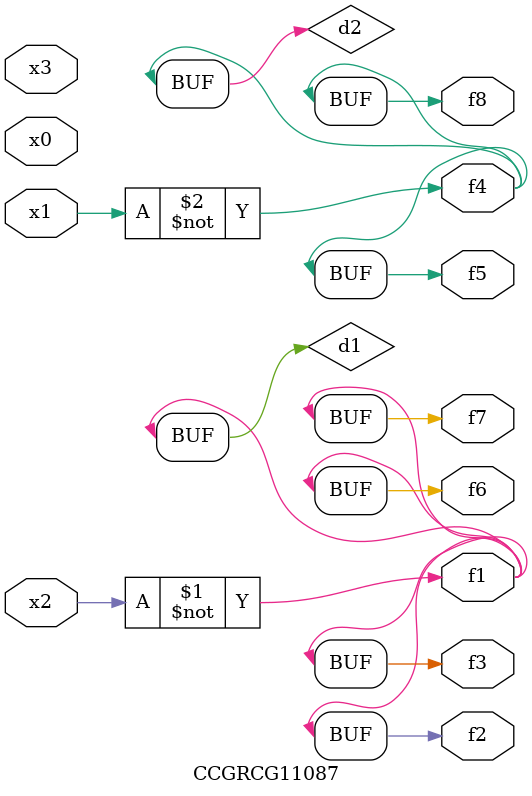
<source format=v>
module CCGRCG11087(
	input x0, x1, x2, x3,
	output f1, f2, f3, f4, f5, f6, f7, f8
);

	wire d1, d2;

	xnor (d1, x2);
	not (d2, x1);
	assign f1 = d1;
	assign f2 = d1;
	assign f3 = d1;
	assign f4 = d2;
	assign f5 = d2;
	assign f6 = d1;
	assign f7 = d1;
	assign f8 = d2;
endmodule

</source>
